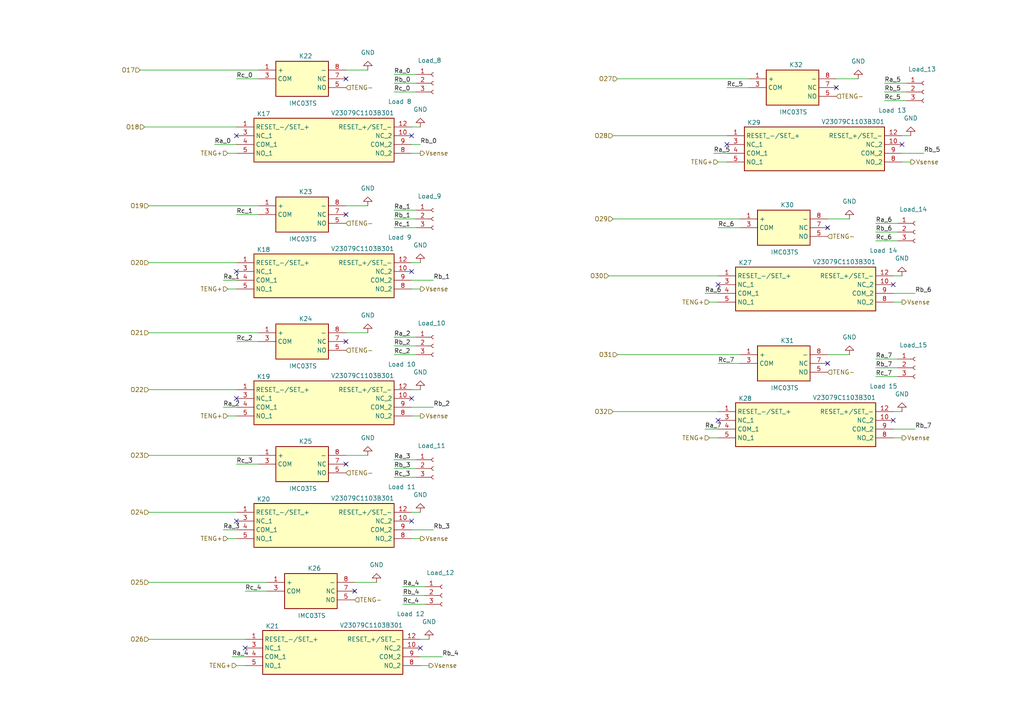
<source format=kicad_sch>
(kicad_sch (version 20231120) (generator "eeschema") (generator_version "8.0")
  (paper "A4")
  (lib_symbols
    (symbol "Connector:Conn_01x03_Socket" (pin_names (offset 1.016) hide)
      (property "Reference" "J" (at 0 5.08 0))
      (property "Value" "Conn_01x03_Socket" (at 0 -5.08 0))
      (symbol "Conn_01x03_Socket_1_1"
        (arc (start 0 -2.032) (mid -0.5058 -2.54) (end 0 -3.048) (stroke (width 0.1524)))
        (polyline (pts (xy -1.27 -2.54) (xy -0.508 -2.54)) (stroke (width 0.1524)))
        (polyline (pts (xy -1.27 0) (xy -0.508 0)) (stroke (width 0.1524)))
        (polyline (pts (xy -1.27 2.54) (xy -0.508 2.54)) (stroke (width 0.1524)))
        (arc (start 0 0.508) (mid -0.5058 0) (end 0 -0.508) (stroke (width 0.1524)))
        (arc (start 0 3.048) (mid -0.5058 2.54) (end 0 2.032) (stroke (width 0.1524)))
        (pin passive line (at -5.08 2.54 0) (length 3.81) (name "Pin_1") (number "1"))
        (pin passive line (at -5.08 0 0) (length 3.81) (name "Pin_2") (number "2"))
        (pin passive line (at -5.08 -2.54 0) (length 3.81) (name "Pin_3") (number "3"))
      )
    )
    (symbol "SamacSys_Parts:IMC03TS"
      (property "Reference" "K" (at 21.59 7.62 0))
      (property "Value" "IMC03TS" (at 21.59 5.08 0))
      (symbol "IMC03TS_1_1"
        (rectangle (start 5.08 2.54) (end 20.32 -7.62) (stroke (width 0.254)) (fill (type background)))
        (pin passive line (at 0 0 0) (length 5.08) (name "+") (number "1"))
        (pin passive line (at 0 -2.54 0) (length 5.08) (name "COM") (number "3"))
        (pin passive line (at 25.4 -5.08 180) (length 5.08) (name "NO") (number "5"))
        (pin no_connect line (at 25.4 -2.54 180) (length 5.08) (name "NC") (number "7"))
        (pin passive line (at 25.4 0 180) (length 5.08) (name "-") (number "8"))
      )
    )
    (symbol "SamacSys_Parts:V23079C1103B301"
      (property "Reference" "K" (at 46.99 7.62 0))
      (property "Value" "V23079C1103B301" (at 46.99 5.08 0))
      (symbol "V23079C1103B301_1_1"
        (rectangle (start 5.08 2.54) (end 45.72 -10.16) (stroke (width 0.254)) (fill (type background)))
        (pin passive line (at 0 0 0) (length 5.08) (name "RESET_-/SET_+") (number "1"))
        (pin passive line (at 50.8 -2.54 180) (length 5.08) (name "NC_2") (number "10"))
        (pin passive line (at 50.8 0 180) (length 5.08) (name "RESET_+/SET_-") (number "12"))
        (pin passive line (at 0 -2.54 0) (length 5.08) (name "NC_1") (number "3"))
        (pin passive line (at 0 -5.08 0) (length 5.08) (name "COM_1") (number "4"))
        (pin passive line (at 0 -7.62 0) (length 5.08) (name "NO_1") (number "5"))
        (pin passive line (at 50.8 -7.62 180) (length 5.08) (name "NO_2") (number "8"))
        (pin passive line (at 50.8 -5.08 180) (length 5.08) (name "COM_2") (number "9"))
      )
    )
    (symbol "power:GND" (power) (pin_numbers hide) (pin_names (offset 0) hide)
      (property "Value" "GND" (at 0 -3.81 0))
      (symbol "GND_0_1"
        (polyline (pts (xy 0 0) (xy 0 -1.27) (xy 1.27 -1.27) (xy 0 -2.54) (xy -1.27 -1.27) (xy 0 -1.27)))
      )
      (symbol "GND_1_1"
        (pin power_in line (at 0 0 270) (length 0) (name "~") (number "1"))
      )
    )
  )
  (no_connect (at 208.28 82.55))
  (no_connect (at 102.87 171.45))
  (no_connect (at 121.92 187.96))
  (no_connect (at 119.38 115.57))
  (no_connect (at 68.58 78.74))
  (no_connect (at 242.57 25.4))
  (no_connect (at 119.38 151.13))
  (no_connect (at 100.33 134.62))
  (no_connect (at 68.58 39.37))
  (no_connect (at 100.33 22.86))
  (no_connect (at 259.08 82.55))
  (no_connect (at 71.12 187.96))
  (no_connect (at 259.08 121.92))
  (no_connect (at 208.28 121.92))
  (no_connect (at 100.33 62.23))
  (no_connect (at 240.03 66.04))
  (no_connect (at 68.58 115.57))
  (no_connect (at 210.82 41.91))
  (no_connect (at 240.03 105.41))
  (no_connect (at 119.38 78.74))
  (no_connect (at 261.62 41.91))
  (no_connect (at 68.58 151.13))
  (no_connect (at 100.33 99.06))
  (no_connect (at 119.38 39.37))
  (wire (pts (xy 66.04 44.45) (xy 68.58 44.45)))
  (wire (pts (xy 106.68 59.69) (xy 100.33 59.69)))
  (wire (pts (xy 208.28 105.41) (xy 214.63 105.41)))
  (wire (pts (xy 246.38 102.87) (xy 240.03 102.87)))
  (wire (pts (xy 121.92 76.2) (xy 119.38 76.2)))
  (wire (pts (xy 119.38 81.28) (xy 125.73 81.28)))
  (wire (pts (xy 254 67.31) (xy 260.35 67.31)))
  (wire (pts (xy 114.3 102.87) (xy 120.65 102.87)))
  (wire (pts (xy 254 106.68) (xy 260.35 106.68)))
  (wire (pts (xy 64.77 118.11) (xy 68.58 118.11)))
  (wire (pts (xy 121.92 156.21) (xy 119.38 156.21)))
  (wire (pts (xy 246.38 63.5) (xy 240.03 63.5)))
  (wire (pts (xy 114.3 135.89) (xy 120.65 135.89)))
  (wire (pts (xy 124.46 193.04) (xy 121.92 193.04)))
  (wire (pts (xy 66.04 120.65) (xy 68.58 120.65)))
  (wire (pts (xy 179.07 22.86) (xy 217.17 22.86)))
  (wire (pts (xy 43.18 148.59) (xy 68.58 148.59)))
  (wire (pts (xy 114.3 97.79) (xy 120.65 97.79)))
  (wire (pts (xy 254 109.22) (xy 260.35 109.22)))
  (wire (pts (xy 119.38 118.11) (xy 125.73 118.11)))
  (wire (pts (xy 208.28 46.99) (xy 210.82 46.99)))
  (wire (pts (xy 248.92 22.86) (xy 242.57 22.86)))
  (wire (pts (xy 114.3 100.33) (xy 120.65 100.33)))
  (wire (pts (xy 43.18 59.69) (xy 74.93 59.69)))
  (wire (pts (xy 204.47 85.09) (xy 208.28 85.09)))
  (wire (pts (xy 177.8 119.38) (xy 208.28 119.38)))
  (wire (pts (xy 114.3 60.96) (xy 120.65 60.96)))
  (wire (pts (xy 121.92 120.65) (xy 119.38 120.65)))
  (wire (pts (xy 116.84 175.26) (xy 123.19 175.26)))
  (wire (pts (xy 261.62 80.01) (xy 259.08 80.01)))
  (wire (pts (xy 119.38 153.67) (xy 125.73 153.67)))
  (wire (pts (xy 114.3 26.67) (xy 120.65 26.67)))
  (wire (pts (xy 114.3 138.43) (xy 120.65 138.43)))
  (wire (pts (xy 68.58 193.04) (xy 71.12 193.04)))
  (wire (pts (xy 106.68 20.32) (xy 100.33 20.32)))
  (wire (pts (xy 121.92 83.82) (xy 119.38 83.82)))
  (wire (pts (xy 40.64 20.32) (xy 74.93 20.32)))
  (wire (pts (xy 43.18 96.52) (xy 74.93 96.52)))
  (wire (pts (xy 121.92 148.59) (xy 119.38 148.59)))
  (wire (pts (xy 207.01 44.45) (xy 210.82 44.45)))
  (wire (pts (xy 205.74 127) (xy 208.28 127)))
  (wire (pts (xy 121.92 190.5) (xy 128.27 190.5)))
  (wire (pts (xy 205.74 87.63) (xy 208.28 87.63)))
  (wire (pts (xy 177.8 63.5) (xy 214.63 63.5)))
  (wire (pts (xy 109.22 168.91) (xy 102.87 168.91)))
  (wire (pts (xy 43.18 168.91) (xy 77.47 168.91)))
  (wire (pts (xy 256.54 29.21) (xy 262.89 29.21)))
  (wire (pts (xy 121.92 41.91) (xy 119.38 41.91)))
  (wire (pts (xy 68.58 99.06) (xy 74.93 99.06)))
  (wire (pts (xy 68.58 134.62) (xy 74.93 134.62)))
  (wire (pts (xy 124.46 185.42) (xy 121.92 185.42)))
  (wire (pts (xy 259.08 85.09) (xy 265.43 85.09)))
  (wire (pts (xy 121.92 44.45) (xy 119.38 44.45)))
  (wire (pts (xy 114.3 63.5) (xy 120.65 63.5)))
  (wire (pts (xy 43.18 132.08) (xy 74.93 132.08)))
  (wire (pts (xy 261.62 44.45) (xy 267.97 44.45)))
  (wire (pts (xy 261.62 119.38) (xy 259.08 119.38)))
  (wire (pts (xy 256.54 24.13) (xy 262.89 24.13)))
  (wire (pts (xy 261.62 127) (xy 259.08 127)))
  (wire (pts (xy 66.04 156.21) (xy 68.58 156.21)))
  (wire (pts (xy 264.16 39.37) (xy 261.62 39.37)))
  (wire (pts (xy 43.18 185.42) (xy 71.12 185.42)))
  (wire (pts (xy 67.31 190.5) (xy 71.12 190.5)))
  (wire (pts (xy 43.18 113.03) (xy 68.58 113.03)))
  (wire (pts (xy 116.84 172.72) (xy 123.19 172.72)))
  (wire (pts (xy 121.92 113.03) (xy 119.38 113.03)))
  (wire (pts (xy 254 104.14) (xy 260.35 104.14)))
  (wire (pts (xy 116.84 170.18) (xy 123.19 170.18)))
  (wire (pts (xy 114.3 24.13) (xy 120.65 24.13)))
  (wire (pts (xy 254 64.77) (xy 260.35 64.77)))
  (wire (pts (xy 68.58 62.23) (xy 74.93 62.23)))
  (wire (pts (xy 66.04 83.82) (xy 68.58 83.82)))
  (wire (pts (xy 121.92 36.83) (xy 119.38 36.83)))
  (wire (pts (xy 254 69.85) (xy 260.35 69.85)))
  (wire (pts (xy 259.08 124.46) (xy 265.43 124.46)))
  (wire (pts (xy 204.47 124.46) (xy 208.28 124.46)))
  (wire (pts (xy 114.3 21.59) (xy 120.65 21.59)))
  (wire (pts (xy 64.77 81.28) (xy 68.58 81.28)))
  (wire (pts (xy 43.18 76.2) (xy 68.58 76.2)))
  (wire (pts (xy 62.23 41.91) (xy 68.58 41.91)))
  (wire (pts (xy 106.68 132.08) (xy 100.33 132.08)))
  (wire (pts (xy 177.8 39.37) (xy 210.82 39.37)))
  (wire (pts (xy 256.54 26.67) (xy 262.89 26.67)))
  (wire (pts (xy 106.68 96.52) (xy 100.33 96.52)))
  (wire (pts (xy 176.53 80.01) (xy 208.28 80.01)))
  (wire (pts (xy 261.62 87.63) (xy 259.08 87.63)))
  (wire (pts (xy 41.91 36.83) (xy 68.58 36.83)))
  (wire (pts (xy 71.12 171.45) (xy 77.47 171.45)))
  (wire (pts (xy 68.58 22.86) (xy 74.93 22.86)))
  (wire (pts (xy 179.07 102.87) (xy 214.63 102.87)))
  (wire (pts (xy 64.77 153.67) (xy 68.58 153.67)))
  (wire (pts (xy 264.16 46.99) (xy 261.62 46.99)))
  (wire (pts (xy 114.3 133.35) (xy 120.65 133.35)))
  (wire (pts (xy 210.82 25.4) (xy 217.17 25.4)))
  (wire (pts (xy 114.3 66.04) (xy 120.65 66.04)))
  (wire (pts (xy 208.28 66.04) (xy 214.63 66.04)))
  (label "Ra_4" (at 67.31 190.5 0))
  (label "Rc_3" (at 114.3 138.43 0))
  (label "Rc_7" (at 208.28 105.41 0))
  (label "Ra_1" (at 64.77 81.28 0))
  (label "Ra_1" (at 114.3 60.96 0))
  (label "Ra_7" (at 204.47 124.46 0))
  (label "Rc_2" (at 68.58 99.06 0))
  (label "Rb_3" (at 114.3 135.89 0))
  (label "Rb_2" (at 125.73 118.11 0))
  (label "Rb_1" (at 125.73 81.28 0))
  (label "Ra_6" (at 254 64.77 0))
  (label "Ra_4" (at 116.84 170.18 0))
  (label "Rc_6" (at 254 69.85 0))
  (label "Rc_3" (at 68.58 134.62 0))
  (label "Ra_2" (at 64.77 118.11 0))
  (label "Rb_7" (at 254 106.68 0))
  (label "Rc_4" (at 71.12 171.45 0))
  (label "Rc_0" (at 114.3 26.67 0))
  (label "Rb_6" (at 254 67.31 0))
  (label "Rc_6" (at 208.28 66.04 0))
  (label "Rc_7" (at 254 109.22 0))
  (label "Ra_6" (at 204.47 85.09 0))
  (label "Ra_2" (at 114.3 97.79 0))
  (label "Rb_0" (at 114.3 24.13 0))
  (label "Ra_5" (at 207.01 44.45 0))
  (label "Ra_3" (at 64.77 153.67 0))
  (label "Rb_1" (at 114.3 63.5 0))
  (label "Rb_4" (at 128.27 190.5 0))
  (label "Rc_1" (at 114.3 66.04 0))
  (label "Rc_4" (at 116.84 175.26 0))
  (label "Rb_5" (at 256.54 26.67 0))
  (label "Ra_0" (at 62.23 41.91 0))
  (label "Ra_3" (at 114.3 133.35 0))
  (label "Rb_0" (at 121.92 41.91 0))
  (label "Rb_4" (at 116.84 172.72 0))
  (label "Rb_2" (at 114.3 100.33 0))
  (label "Rb_7" (at 265.43 124.46 0))
  (label "Ra_5" (at 256.54 24.13 0))
  (label "Rc_2" (at 114.3 102.87 0))
  (label "Rb_3" (at 125.73 153.67 0))
  (label "Rc_5" (at 210.82 25.4 0))
  (label "Rc_5" (at 256.54 29.21 0))
  (label "Ra_7" (at 254 104.14 0))
  (label "Rc_0" (at 68.58 22.86 0))
  (label "Rc_1" (at 68.58 62.23 0))
  (label "Rb_6" (at 265.43 85.09 0))
  (label "Ra_0" (at 114.3 21.59 0))
  (label "Rb_5" (at 267.97 44.45 0))
  (hierarchical_label "O18" (shape input) (at 41.91 36.83 180))
  (hierarchical_label "TENG+" (shape input) (at 66.04 120.65 180))
  (hierarchical_label "O23" (shape input) (at 43.18 132.08 180))
  (hierarchical_label "O28" (shape input) (at 177.8 39.37 180))
  (hierarchical_label "O26" (shape input) (at 43.18 185.42 180))
  (hierarchical_label "TENG+" (shape input) (at 66.04 44.45 180))
  (hierarchical_label "TENG-" (shape input) (at 100.33 137.16 0))
  (hierarchical_label "O20" (shape input) (at 43.18 76.2 180))
  (hierarchical_label "O21" (shape input) (at 43.18 96.52 180))
  (hierarchical_label "O19" (shape input) (at 43.18 59.69 180))
  (hierarchical_label "Vsense" (shape output) (at 264.16 46.99 0))
  (hierarchical_label "Vsense" (shape output) (at 121.92 156.21 0))
  (hierarchical_label "TENG-" (shape input) (at 100.33 64.77 0))
  (hierarchical_label "TENG+" (shape input) (at 66.04 156.21 180))
  (hierarchical_label "TENG-" (shape input) (at 240.03 68.58 0))
  (hierarchical_label "O22" (shape input) (at 43.18 113.03 180))
  (hierarchical_label "O32" (shape input) (at 177.8 119.38 180))
  (hierarchical_label "O25" (shape input) (at 43.18 168.91 180))
  (hierarchical_label "O27" (shape input) (at 179.07 22.86 180))
  (hierarchical_label "TENG-" (shape input) (at 240.03 107.95 0))
  (hierarchical_label "Vsense" (shape output) (at 121.92 44.45 0))
  (hierarchical_label "TENG-" (shape input) (at 100.33 25.4 0))
  (hierarchical_label "Vsense" (shape output) (at 121.92 120.65 0))
  (hierarchical_label "O31" (shape input) (at 179.07 102.87 180))
  (hierarchical_label "TENG-" (shape input) (at 242.57 27.94 0))
  (hierarchical_label "TENG+" (shape input) (at 66.04 83.82 180))
  (hierarchical_label "O30" (shape input) (at 176.53 80.01 180))
  (hierarchical_label "TENG+" (shape input) (at 205.74 127 180))
  (hierarchical_label "O24" (shape input) (at 43.18 148.59 180))
  (hierarchical_label "Vsense" (shape output) (at 261.62 87.63 0))
  (hierarchical_label "Vsense" (shape output) (at 121.92 83.82 0))
  (hierarchical_label "Vsense" (shape output) (at 261.62 127 0))
  (hierarchical_label "TENG+" (shape input) (at 68.58 193.04 180))
  (hierarchical_label "TENG+" (shape input) (at 205.74 87.63 180))
  (hierarchical_label "TENG-" (shape input) (at 100.33 101.6 0))
  (hierarchical_label "O29" (shape input) (at 177.8 63.5 180))
  (hierarchical_label "Vsense" (shape output) (at 124.46 193.04 0))
  (hierarchical_label "TENG+" (shape input) (at 208.28 46.99 180))
  (hierarchical_label "O17" (shape input) (at 40.64 20.32 180))
  (hierarchical_label "TENG-" (shape input) (at 102.87 173.99 0))
  (symbol (lib_id "power:GND") (at 121.92 113.03 0) (mirror x) (unit 1)
    (property "Reference" "#PWR019" (effects (hide yes)))
    (property "Value" "GND" (at 121.92 107.95 0))
    (property "Description" "Power symbol creates a global label with name \"GND\" , ground" (effects (hide yes)))
  )
  (symbol (lib_id "power:GND") (at 106.68 20.32 0) (mirror x) (unit 1)
    (property "Reference" "#PWR06" (effects (hide yes)))
    (property "Value" "GND" (at 106.68 15.24 0))
    (property "Description" "Power symbol creates a global label with name \"GND\" , ground" (effects (hide yes)))
  )
  (symbol (lib_id "SamacSys_Parts:V23079C1103B301") (at 68.58 76.2 0) (unit 1)
    (property "Reference" "K18" (at 76.454 72.39 0))
    (property "Value" "V23079C1103B301" (at 105.156 72.136 0))
    (property "Footprint" "SamacSys_Parts:V23079A1001B301" (effects (hide yes)))
    (property "Datasheet" "https://www.te.com/commerce/DocumentDelivery/DDEController?Action=showdoc&DocId=Specification+Or+Standard%7F108-98002%7FZ5%7Fpdf%7FEnglish%7FENG_SS_108-98002_Z5.pdf%7F4-1393788-8" (effects (hide yes)))
    (property "Description" "Relay,signal,PCB,DPDT,2A,12Vdc,latching" (effects (hide yes)))
    (property "Height" "9" (effects (hide yes)))
    (property "Manufacturer_Name" "TE Connectivity" (effects (hide yes)))
    (property "Manufacturer_Part_Number" "V23079C1103B301" (effects (hide yes)))
    (property "Mouser Part Number" "655-V23079C1103B301" (effects (hide yes)))
    (property "Mouser Price/Stock" "https://www.mouser.co.uk/ProductDetail/TE-Connectivity-PB/V23079C1103B301?qs=CNrsY6Bml5mJjfpRR1yORw%3D%3D" (effects (hide yes)))
    (property "Arrow Part Number" "V23079C1103B301" (effects (hide yes)))
    (property "Arrow Price/Stock" "https://www.arrow.com/en/products/v23079c1103b301/te-connectivity?region=nac" (effects (hide yes)))
  )
  (symbol (lib_id "power:GND") (at 261.62 80.01 0) (mirror x) (unit 1)
    (property "Reference" "#PWR031" (effects (hide yes)))
    (property "Value" "GND" (at 261.62 74.93 0))
    (property "Description" "Power symbol creates a global label with name \"GND\" , ground" (effects (hide yes)))
  )
  (symbol (lib_id "SamacSys_Parts:V23079C1103B301") (at 71.12 185.42 0) (unit 1)
    (property "Reference" "K21" (at 78.994 181.61 0))
    (property "Value" "V23079C1103B301" (at 107.696 181.356 0))
    (property "Footprint" "SamacSys_Parts:V23079A1001B301" (effects (hide yes)))
    (property "Datasheet" "https://www.te.com/commerce/DocumentDelivery/DDEController?Action=showdoc&DocId=Specification+Or+Standard%7F108-98002%7FZ5%7Fpdf%7FEnglish%7FENG_SS_108-98002_Z5.pdf%7F4-1393788-8" (effects (hide yes)))
    (property "Description" "Relay,signal,PCB,DPDT,2A,12Vdc,latching" (effects (hide yes)))
    (property "Height" "9" (effects (hide yes)))
    (property "Manufacturer_Name" "TE Connectivity" (effects (hide yes)))
    (property "Manufacturer_Part_Number" "V23079C1103B301" (effects (hide yes)))
    (property "Mouser Part Number" "655-V23079C1103B301" (effects (hide yes)))
    (property "Mouser Price/Stock" "https://www.mouser.co.uk/ProductDetail/TE-Connectivity-PB/V23079C1103B301?qs=CNrsY6Bml5mJjfpRR1yORw%3D%3D" (effects (hide yes)))
    (property "Arrow Part Number" "V23079C1103B301" (effects (hide yes)))
    (property "Arrow Price/Stock" "https://www.arrow.com/en/products/v23079c1103b301/te-connectivity?region=nac" (effects (hide yes)))
  )
  (symbol (lib_id "SamacSys_Parts:V23079C1103B301") (at 208.28 119.38 0) (unit 1)
    (property "Reference" "K28" (at 216.154 115.57 0))
    (property "Value" "V23079C1103B301" (at 244.856 115.316 0))
    (property "Footprint" "SamacSys_Parts:V23079A1001B301" (effects (hide yes)))
    (property "Datasheet" "https://www.te.com/commerce/DocumentDelivery/DDEController?Action=showdoc&DocId=Specification+Or+Standard%7F108-98002%7FZ5%7Fpdf%7FEnglish%7FENG_SS_108-98002_Z5.pdf%7F4-1393788-8" (effects (hide yes)))
    (property "Description" "Relay,signal,PCB,DPDT,2A,12Vdc,latching" (effects (hide yes)))
    (property "Height" "9" (effects (hide yes)))
    (property "Manufacturer_Name" "TE Connectivity" (effects (hide yes)))
    (property "Manufacturer_Part_Number" "V23079C1103B301" (effects (hide yes)))
    (property "Mouser Part Number" "655-V23079C1103B301" (effects (hide yes)))
    (property "Mouser Price/Stock" "https://www.mouser.co.uk/ProductDetail/TE-Connectivity-PB/V23079C1103B301?qs=CNrsY6Bml5mJjfpRR1yORw%3D%3D" (effects (hide yes)))
    (property "Arrow Part Number" "V23079C1103B301" (effects (hide yes)))
    (property "Arrow Price/Stock" "https://www.arrow.com/en/products/v23079c1103b301/te-connectivity?region=nac" (effects (hide yes)))
  )
  (symbol (lib_id "power:GND") (at 106.68 59.69 0) (mirror x) (unit 1)
    (property "Reference" "#PWR07" (effects (hide yes)))
    (property "Value" "GND" (at 106.68 54.61 0))
    (property "Description" "Power symbol creates a global label with name \"GND\" , ground" (effects (hide yes)))
  )
  (symbol (lib_id "power:GND") (at 264.16 39.37 0) (mirror x) (unit 1)
    (property "Reference" "#PWR044" (effects (hide yes)))
    (property "Value" "GND" (at 264.16 34.29 0))
    (property "Description" "Power symbol creates a global label with name \"GND\" , ground" (effects (hide yes)))
  )
  (symbol (lib_id "power:GND") (at 121.92 148.59 0) (mirror x) (unit 1)
    (property "Reference" "#PWR022" (effects (hide yes)))
    (property "Value" "GND" (at 121.92 143.51 0))
    (property "Description" "Power symbol creates a global label with name \"GND\" , ground" (effects (hide yes)))
  )
  (symbol (lib_id "power:GND") (at 124.46 185.42 0) (mirror x) (unit 1)
    (property "Reference" "#PWR023" (effects (hide yes)))
    (property "Value" "GND" (at 124.46 180.34 0))
    (property "Description" "Power symbol creates a global label with name \"GND\" , ground" (effects (hide yes)))
  )
  (symbol (lib_id "Connector:Conn_01x03_Socket") (at 265.43 67.31 0) (unit 1)
    (property "Reference" "Load_14" (at 260.858 60.706 0) (effects (justify left)))
    (property "Value" "Load 14" (at 252.222 72.644 0) (effects (justify left)))
    (property "Footprint" "Connector_PinHeader_2.54mm:PinHeader_1x03_P2.54mm_Vertical" (effects (hide yes)))
    (property "Description" "Generic connector, single row, 01x03, script generated" (effects (hide yes)))
  )
  (symbol (lib_id "Connector:Conn_01x03_Socket") (at 125.73 100.33 0) (unit 1)
    (property "Reference" "Load_10" (at 121.158 93.726 0) (effects (justify left)))
    (property "Value" "Load 10" (at 112.522 105.664 0) (effects (justify left)))
    (property "Footprint" "Connector_PinHeader_2.54mm:PinHeader_1x03_P2.54mm_Vertical" (effects (hide yes)))
    (property "Description" "Generic connector, single row, 01x03, script generated" (effects (hide yes)))
  )
  (symbol (lib_id "power:GND") (at 246.38 63.5 0) (mirror x) (unit 1)
    (property "Reference" "#PWR026" (effects (hide yes)))
    (property "Value" "GND" (at 246.38 58.42 0))
    (property "Description" "Power symbol creates a global label with name \"GND\" , ground" (effects (hide yes)))
  )
  (symbol (lib_id "SamacSys_Parts:IMC03TS") (at 74.93 20.32 0) (unit 1)
    (property "Reference" "K22" (at 88.646 16.256 0))
    (property "Value" "IMC03TS" (at 87.884 29.972 0))
    (property "Footprint" "SamacSys_Parts:IMC03TS" (effects (hide yes)))
    (property "Datasheet" "https://componentsearchengine.com/Datasheets/1/IMC03TS.pdf" (effects (hide yes)))
    (property "Description" "TE CONNECTIVITY - IMC03TS - RELAY, SIGNAL, SPDT, 30VDC, 2A" (effects (hide yes)))
    (property "Height" "5" (effects (hide yes)))
    (property "Manufacturer_Name" "TE Connectivity" (effects (hide yes)))
    (property "Manufacturer_Part_Number" "IMC03TS" (effects (hide yes)))
    (property "Mouser Part Number" "655-IMC03TS" (effects (hide yes)))
    (property "Mouser Price/Stock" "https://www.mouser.co.uk/ProductDetail/TE-Connectivity/IMC03TS?qs=cjQ5B1jJSzR1ZiTl5Tzf3w%3D%3D" (effects (hide yes)))
    (property "Arrow Part Number" "IMC03TS" (effects (hide yes)))
    (property "Arrow Price/Stock" "https://www.arrow.com/en/products/imc03ts/te-connectivity?region=nac" (effects (hide yes)))
  )
  (symbol (lib_id "SamacSys_Parts:V23079C1103B301") (at 68.58 148.59 0) (unit 1)
    (property "Reference" "K20" (at 76.454 144.78 0))
    (property "Value" "V23079C1103B301" (at 105.156 144.526 0))
    (property "Footprint" "SamacSys_Parts:V23079A1001B301" (effects (hide yes)))
    (property "Datasheet" "https://www.te.com/commerce/DocumentDelivery/DDEController?Action=showdoc&DocId=Specification+Or+Standard%7F108-98002%7FZ5%7Fpdf%7FEnglish%7FENG_SS_108-98002_Z5.pdf%7F4-1393788-8" (effects (hide yes)))
    (property "Description" "Relay,signal,PCB,DPDT,2A,12Vdc,latching" (effects (hide yes)))
    (property "Height" "9" (effects (hide yes)))
    (property "Manufacturer_Name" "TE Connectivity" (effects (hide yes)))
    (property "Manufacturer_Part_Number" "V23079C1103B301" (effects (hide yes)))
    (property "Mouser Part Number" "655-V23079C1103B301" (effects (hide yes)))
    (property "Mouser Price/Stock" "https://www.mouser.co.uk/ProductDetail/TE-Connectivity-PB/V23079C1103B301?qs=CNrsY6Bml5mJjfpRR1yORw%3D%3D" (effects (hide yes)))
    (property "Arrow Part Number" "V23079C1103B301" (effects (hide yes)))
    (property "Arrow Price/Stock" "https://www.arrow.com/en/products/v23079c1103b301/te-connectivity?region=nac" (effects (hide yes)))
  )
  (symbol (lib_id "SamacSys_Parts:IMC03TS") (at 74.93 59.69 0) (unit 1)
    (property "Reference" "K23" (at 88.646 55.626 0))
    (property "Value" "IMC03TS" (at 87.884 69.342 0))
    (property "Footprint" "SamacSys_Parts:IMC03TS" (effects (hide yes)))
    (property "Datasheet" "https://componentsearchengine.com/Datasheets/1/IMC03TS.pdf" (effects (hide yes)))
    (property "Description" "TE CONNECTIVITY - IMC03TS - RELAY, SIGNAL, SPDT, 30VDC, 2A" (effects (hide yes)))
    (property "Height" "5" (effects (hide yes)))
    (property "Manufacturer_Name" "TE Connectivity" (effects (hide yes)))
    (property "Manufacturer_Part_Number" "IMC03TS" (effects (hide yes)))
    (property "Mouser Part Number" "655-IMC03TS" (effects (hide yes)))
    (property "Mouser Price/Stock" "https://www.mouser.co.uk/ProductDetail/TE-Connectivity/IMC03TS?qs=cjQ5B1jJSzR1ZiTl5Tzf3w%3D%3D" (effects (hide yes)))
    (property "Arrow Part Number" "IMC03TS" (effects (hide yes)))
    (property "Arrow Price/Stock" "https://www.arrow.com/en/products/imc03ts/te-connectivity?region=nac" (effects (hide yes)))
  )
  (symbol (lib_id "Connector:Conn_01x03_Socket") (at 128.27 172.72 0) (unit 1)
    (property "Reference" "Load_12" (at 123.698 166.116 0) (effects (justify left)))
    (property "Value" "Load 12" (at 115.062 178.054 0) (effects (justify left)))
    (property "Footprint" "Connector_PinHeader_2.54mm:PinHeader_1x03_P2.54mm_Vertical" (effects (hide yes)))
    (property "Description" "Generic connector, single row, 01x03, script generated" (effects (hide yes)))
  )
  (symbol (lib_id "power:GND") (at 106.68 96.52 0) (mirror x) (unit 1)
    (property "Reference" "#PWR010" (effects (hide yes)))
    (property "Value" "GND" (at 106.68 91.44 0))
    (property "Description" "Power symbol creates a global label with name \"GND\" , ground" (effects (hide yes)))
  )
  (symbol (lib_id "power:GND") (at 109.22 168.91 0) (mirror x) (unit 1)
    (property "Reference" "#PWR014" (effects (hide yes)))
    (property "Value" "GND" (at 109.22 163.83 0))
    (property "Description" "Power symbol creates a global label with name \"GND\" , ground" (effects (hide yes)))
  )
  (symbol (lib_id "SamacSys_Parts:V23079C1103B301") (at 210.82 39.37 0) (unit 1)
    (property "Reference" "K29" (at 218.694 35.56 0))
    (property "Value" "V23079C1103B301" (at 247.396 35.306 0))
    (property "Footprint" "SamacSys_Parts:V23079A1001B301" (effects (hide yes)))
    (property "Datasheet" "https://www.te.com/commerce/DocumentDelivery/DDEController?Action=showdoc&DocId=Specification+Or+Standard%7F108-98002%7FZ5%7Fpdf%7FEnglish%7FENG_SS_108-98002_Z5.pdf%7F4-1393788-8" (effects (hide yes)))
    (property "Description" "Relay,signal,PCB,DPDT,2A,12Vdc,latching" (effects (hide yes)))
    (property "Height" "9" (effects (hide yes)))
    (property "Manufacturer_Name" "TE Connectivity" (effects (hide yes)))
    (property "Manufacturer_Part_Number" "V23079C1103B301" (effects (hide yes)))
    (property "Mouser Part Number" "655-V23079C1103B301" (effects (hide yes)))
    (property "Mouser Price/Stock" "https://www.mouser.co.uk/ProductDetail/TE-Connectivity-PB/V23079C1103B301?qs=CNrsY6Bml5mJjfpRR1yORw%3D%3D" (effects (hide yes)))
    (property "Arrow Part Number" "V23079C1103B301" (effects (hide yes)))
    (property "Arrow Price/Stock" "https://www.arrow.com/en/products/v23079c1103b301/te-connectivity?region=nac" (effects (hide yes)))
  )
  (symbol (lib_id "SamacSys_Parts:IMC03TS") (at 74.93 96.52 0) (unit 1)
    (property "Reference" "K24" (at 88.646 92.456 0))
    (property "Value" "IMC03TS" (at 87.884 106.172 0))
    (property "Footprint" "SamacSys_Parts:IMC03TS" (effects (hide yes)))
    (property "Datasheet" "https://componentsearchengine.com/Datasheets/1/IMC03TS.pdf" (effects (hide yes)))
    (property "Description" "TE CONNECTIVITY - IMC03TS - RELAY, SIGNAL, SPDT, 30VDC, 2A" (effects (hide yes)))
    (property "Height" "5" (effects (hide yes)))
    (property "Manufacturer_Name" "TE Connectivity" (effects (hide yes)))
    (property "Manufacturer_Part_Number" "IMC03TS" (effects (hide yes)))
    (property "Mouser Part Number" "655-IMC03TS" (effects (hide yes)))
    (property "Mouser Price/Stock" "https://www.mouser.co.uk/ProductDetail/TE-Connectivity/IMC03TS?qs=cjQ5B1jJSzR1ZiTl5Tzf3w%3D%3D" (effects (hide yes)))
    (property "Arrow Part Number" "IMC03TS" (effects (hide yes)))
    (property "Arrow Price/Stock" "https://www.arrow.com/en/products/imc03ts/te-connectivity?region=nac" (effects (hide yes)))
  )
  (symbol (lib_id "SamacSys_Parts:V23079C1103B301") (at 208.28 80.01 0) (unit 1)
    (property "Reference" "K27" (at 216.154 76.2 0))
    (property "Value" "V23079C1103B301" (at 244.856 75.946 0))
    (property "Footprint" "SamacSys_Parts:V23079A1001B301" (effects (hide yes)))
    (property "Datasheet" "https://www.te.com/commerce/DocumentDelivery/DDEController?Action=showdoc&DocId=Specification+Or+Standard%7F108-98002%7FZ5%7Fpdf%7FEnglish%7FENG_SS_108-98002_Z5.pdf%7F4-1393788-8" (effects (hide yes)))
    (property "Description" "Relay,signal,PCB,DPDT,2A,12Vdc,latching" (effects (hide yes)))
    (property "Height" "9" (effects (hide yes)))
    (property "Manufacturer_Name" "TE Connectivity" (effects (hide yes)))
    (property "Manufacturer_Part_Number" "V23079C1103B301" (effects (hide yes)))
    (property "Mouser Part Number" "655-V23079C1103B301" (effects (hide yes)))
    (property "Mouser Price/Stock" "https://www.mouser.co.uk/ProductDetail/TE-Connectivity-PB/V23079C1103B301?qs=CNrsY6Bml5mJjfpRR1yORw%3D%3D" (effects (hide yes)))
    (property "Arrow Part Number" "V23079C1103B301" (effects (hide yes)))
    (property "Arrow Price/Stock" "https://www.arrow.com/en/products/v23079c1103b301/te-connectivity?region=nac" (effects (hide yes)))
  )
  (symbol (lib_id "power:GND") (at 248.92 22.86 0) (mirror x) (unit 1)
    (property "Reference" "#PWR030" (effects (hide yes)))
    (property "Value" "GND" (at 248.92 17.78 0))
    (property "Description" "Power symbol creates a global label with name \"GND\" , ground" (effects (hide yes)))
  )
  (symbol (lib_id "power:GND") (at 246.38 102.87 0) (mirror x) (unit 1)
    (property "Reference" "#PWR027" (effects (hide yes)))
    (property "Value" "GND" (at 246.38 97.79 0))
    (property "Description" "Power symbol creates a global label with name \"GND\" , ground" (effects (hide yes)))
  )
  (symbol (lib_id "Connector:Conn_01x03_Socket") (at 265.43 106.68 0) (unit 1)
    (property "Reference" "Load_15" (at 260.858 100.076 0) (effects (justify left)))
    (property "Value" "Load 15" (at 252.222 112.014 0) (effects (justify left)))
    (property "Footprint" "Connector_PinHeader_2.54mm:PinHeader_1x03_P2.54mm_Vertical" (effects (hide yes)))
    (property "Description" "Generic connector, single row, 01x03, script generated" (effects (hide yes)))
  )
  (symbol (lib_id "SamacSys_Parts:V23079C1103B301") (at 68.58 113.03 0) (unit 1)
    (property "Reference" "K19" (at 76.454 109.22 0))
    (property "Value" "V23079C1103B301" (at 105.156 108.966 0))
    (property "Footprint" "SamacSys_Parts:V23079A1001B301" (effects (hide yes)))
    (property "Datasheet" "https://www.te.com/commerce/DocumentDelivery/DDEController?Action=showdoc&DocId=Specification+Or+Standard%7F108-98002%7FZ5%7Fpdf%7FEnglish%7FENG_SS_108-98002_Z5.pdf%7F4-1393788-8" (effects (hide yes)))
    (property "Description" "Relay,signal,PCB,DPDT,2A,12Vdc,latching" (effects (hide yes)))
    (property "Height" "9" (effects (hide yes)))
    (property "Manufacturer_Name" "TE Connectivity" (effects (hide yes)))
    (property "Manufacturer_Part_Number" "V23079C1103B301" (effects (hide yes)))
    (property "Mouser Part Number" "655-V23079C1103B301" (effects (hide yes)))
    (property "Mouser Price/Stock" "https://www.mouser.co.uk/ProductDetail/TE-Connectivity-PB/V23079C1103B301?qs=CNrsY6Bml5mJjfpRR1yORw%3D%3D" (effects (hide yes)))
    (property "Arrow Part Number" "V23079C1103B301" (effects (hide yes)))
    (property "Arrow Price/Stock" "https://www.arrow.com/en/products/v23079c1103b301/te-connectivity?region=nac" (effects (hide yes)))
  )
  (symbol (lib_id "SamacSys_Parts:IMC03TS") (at 74.93 132.08 0) (unit 1)
    (property "Reference" "K25" (at 88.646 128.016 0))
    (property "Value" "IMC03TS" (at 87.884 141.732 0))
    (property "Footprint" "SamacSys_Parts:IMC03TS" (effects (hide yes)))
    (property "Datasheet" "https://componentsearchengine.com/Datasheets/1/IMC03TS.pdf" (effects (hide yes)))
    (property "Description" "TE CONNECTIVITY - IMC03TS - RELAY, SIGNAL, SPDT, 30VDC, 2A" (effects (hide yes)))
    (property "Height" "5" (effects (hide yes)))
    (property "Manufacturer_Name" "TE Connectivity" (effects (hide yes)))
    (property "Manufacturer_Part_Number" "IMC03TS" (effects (hide yes)))
    (property "Mouser Part Number" "655-IMC03TS" (effects (hide yes)))
    (property "Mouser Price/Stock" "https://www.mouser.co.uk/ProductDetail/TE-Connectivity/IMC03TS?qs=cjQ5B1jJSzR1ZiTl5Tzf3w%3D%3D" (effects (hide yes)))
    (property "Arrow Part Number" "IMC03TS" (effects (hide yes)))
    (property "Arrow Price/Stock" "https://www.arrow.com/en/products/imc03ts/te-connectivity?region=nac" (effects (hide yes)))
  )
  (symbol (lib_id "power:GND") (at 106.68 132.08 0) (mirror x) (unit 1)
    (property "Reference" "#PWR011" (effects (hide yes)))
    (property "Value" "GND" (at 106.68 127 0))
    (property "Description" "Power symbol creates a global label with name \"GND\" , ground" (effects (hide yes)))
  )
  (symbol (lib_id "SamacSys_Parts:IMC03TS") (at 217.17 22.86 0) (unit 1)
    (property "Reference" "K32" (at 230.886 18.796 0))
    (property "Value" "IMC03TS" (at 230.124 32.512 0))
    (property "Footprint" "SamacSys_Parts:IMC03TS" (effects (hide yes)))
    (property "Datasheet" "https://componentsearchengine.com/Datasheets/1/IMC03TS.pdf" (effects (hide yes)))
    (property "Description" "TE CONNECTIVITY - IMC03TS - RELAY, SIGNAL, SPDT, 30VDC, 2A" (effects (hide yes)))
    (property "Height" "5" (effects (hide yes)))
    (property "Manufacturer_Name" "TE Connectivity" (effects (hide yes)))
    (property "Manufacturer_Part_Number" "IMC03TS" (effects (hide yes)))
    (property "Mouser Part Number" "655-IMC03TS" (effects (hide yes)))
    (property "Mouser Price/Stock" "https://www.mouser.co.uk/ProductDetail/TE-Connectivity/IMC03TS?qs=cjQ5B1jJSzR1ZiTl5Tzf3w%3D%3D" (effects (hide yes)))
    (property "Arrow Part Number" "IMC03TS" (effects (hide yes)))
    (property "Arrow Price/Stock" "https://www.arrow.com/en/products/imc03ts/te-connectivity?region=nac" (effects (hide yes)))
  )
  (symbol (lib_id "SamacSys_Parts:IMC03TS") (at 77.47 168.91 0) (unit 1)
    (property "Reference" "K26" (at 91.186 164.846 0))
    (property "Value" "IMC03TS" (at 90.424 178.562 0))
    (property "Footprint" "SamacSys_Parts:IMC03TS" (effects (hide yes)))
    (property "Datasheet" "https://componentsearchengine.com/Datasheets/1/IMC03TS.pdf" (effects (hide yes)))
    (property "Description" "TE CONNECTIVITY - IMC03TS - RELAY, SIGNAL, SPDT, 30VDC, 2A" (effects (hide yes)))
    (property "Height" "5" (effects (hide yes)))
    (property "Manufacturer_Name" "TE Connectivity" (effects (hide yes)))
    (property "Manufacturer_Part_Number" "IMC03TS" (effects (hide yes)))
    (property "Mouser Part Number" "655-IMC03TS" (effects (hide yes)))
    (property "Mouser Price/Stock" "https://www.mouser.co.uk/ProductDetail/TE-Connectivity/IMC03TS?qs=cjQ5B1jJSzR1ZiTl5Tzf3w%3D%3D" (effects (hide yes)))
    (property "Arrow Part Number" "IMC03TS" (effects (hide yes)))
    (property "Arrow Price/Stock" "https://www.arrow.com/en/products/imc03ts/te-connectivity?region=nac" (effects (hide yes)))
  )
  (symbol (lib_id "power:GND") (at 121.92 76.2 0) (mirror x) (unit 1)
    (property "Reference" "#PWR018" (effects (hide yes)))
    (property "Value" "GND" (at 121.92 71.12 0))
    (property "Description" "Power symbol creates a global label with name \"GND\" , ground" (effects (hide yes)))
  )
  (symbol (lib_id "Connector:Conn_01x03_Socket") (at 267.97 26.67 0) (unit 1)
    (property "Reference" "Load_13" (at 263.398 20.066 0) (effects (justify left)))
    (property "Value" "Load 13" (at 254.762 32.004 0) (effects (justify left)))
    (property "Footprint" "Connector_PinHeader_2.54mm:PinHeader_1x03_P2.54mm_Vertical" (effects (hide yes)))
    (property "Description" "Generic connector, single row, 01x03, script generated" (effects (hide yes)))
  )
  (symbol (lib_id "SamacSys_Parts:IMC03TS") (at 214.63 63.5 0) (unit 1)
    (property "Reference" "K30" (at 228.346 59.436 0))
    (property "Value" "IMC03TS" (at 227.584 73.152 0))
    (property "Footprint" "SamacSys_Parts:IMC03TS" (effects (hide yes)))
    (property "Datasheet" "https://componentsearchengine.com/Datasheets/1/IMC03TS.pdf" (effects (hide yes)))
    (property "Description" "TE CONNECTIVITY - IMC03TS - RELAY, SIGNAL, SPDT, 30VDC, 2A" (effects (hide yes)))
    (property "Height" "5" (effects (hide yes)))
    (property "Manufacturer_Name" "TE Connectivity" (effects (hide yes)))
    (property "Manufacturer_Part_Number" "IMC03TS" (effects (hide yes)))
    (property "Mouser Part Number" "655-IMC03TS" (effects (hide yes)))
    (property "Mouser Price/Stock" "https://www.mouser.co.uk/ProductDetail/TE-Connectivity/IMC03TS?qs=cjQ5B1jJSzR1ZiTl5Tzf3w%3D%3D" (effects (hide yes)))
    (property "Arrow Part Number" "IMC03TS" (effects (hide yes)))
    (property "Arrow Price/Stock" "https://www.arrow.com/en/products/imc03ts/te-connectivity?region=nac" (effects (hide yes)))
  )
  (symbol (lib_id "SamacSys_Parts:IMC03TS") (at 214.63 102.87 0) (unit 1)
    (property "Reference" "K31" (at 228.346 98.806 0))
    (property "Value" "IMC03TS" (at 227.584 112.522 0))
    (property "Footprint" "SamacSys_Parts:IMC03TS" (effects (hide yes)))
    (property "Datasheet" "https://componentsearchengine.com/Datasheets/1/IMC03TS.pdf" (effects (hide yes)))
    (property "Description" "TE CONNECTIVITY - IMC03TS - RELAY, SIGNAL, SPDT, 30VDC, 2A" (effects (hide yes)))
    (property "Height" "5" (effects (hide yes)))
    (property "Manufacturer_Name" "TE Connectivity" (effects (hide yes)))
    (property "Manufacturer_Part_Number" "IMC03TS" (effects (hide yes)))
    (property "Mouser Part Number" "655-IMC03TS" (effects (hide yes)))
    (property "Mouser Price/Stock" "https://www.mouser.co.uk/ProductDetail/TE-Connectivity/IMC03TS?qs=cjQ5B1jJSzR1ZiTl5Tzf3w%3D%3D" (effects (hide yes)))
    (property "Arrow Part Number" "IMC03TS" (effects (hide yes)))
    (property "Arrow Price/Stock" "https://www.arrow.com/en/products/imc03ts/te-connectivity?region=nac" (effects (hide yes)))
  )
  (symbol (lib_id "Connector:Conn_01x03_Socket") (at 125.73 24.13 0) (unit 1)
    (property "Reference" "Load_8" (at 121.158 17.526 0) (effects (justify left)))
    (property "Value" "Load 8" (at 112.522 29.464 0) (effects (justify left)))
    (property "Footprint" "Connector_PinHeader_2.54mm:PinHeader_1x03_P2.54mm_Vertical" (effects (hide yes)))
    (property "Description" "Generic connector, single row, 01x03, script generated" (effects (hide yes)))
  )
  (symbol (lib_id "SamacSys_Parts:V23079C1103B301") (at 68.58 36.83 0) (unit 1)
    (property "Reference" "K17" (at 76.454 33.02 0))
    (property "Value" "V23079C1103B301" (at 105.156 32.766 0))
    (property "Footprint" "SamacSys_Parts:V23079A1001B301" (effects (hide yes)))
    (property "Datasheet" "https://www.te.com/commerce/DocumentDelivery/DDEController?Action=showdoc&DocId=Specification+Or+Standard%7F108-98002%7FZ5%7Fpdf%7FEnglish%7FENG_SS_108-98002_Z5.pdf%7F4-1393788-8" (effects (hide yes)))
    (property "Description" "Relay,signal,PCB,DPDT,2A,12Vdc,latching" (effects (hide yes)))
    (property "Height" "9" (effects (hide yes)))
    (property "Manufacturer_Name" "TE Connectivity" (effects (hide yes)))
    (property "Manufacturer_Part_Number" "V23079C1103B301" (effects (hide yes)))
    (property "Mouser Part Number" "655-V23079C1103B301" (effects (hide yes)))
    (property "Mouser Price/Stock" "https://www.mouser.co.uk/ProductDetail/TE-Connectivity-PB/V23079C1103B301?qs=CNrsY6Bml5mJjfpRR1yORw%3D%3D" (effects (hide yes)))
    (property "Arrow Part Number" "V23079C1103B301" (effects (hide yes)))
    (property "Arrow Price/Stock" "https://www.arrow.com/en/products/v23079c1103b301/te-connectivity?region=nac" (effects (hide yes)))
  )
  (symbol (lib_id "Connector:Conn_01x03_Socket") (at 125.73 135.89 0) (unit 1)
    (property "Reference" "Load_11" (at 121.158 129.286 0) (effects (justify left)))
    (property "Value" "Load 11" (at 112.522 141.224 0) (effects (justify left)))
    (property "Footprint" "Connector_PinHeader_2.54mm:PinHeader_1x03_P2.54mm_Vertical" (effects (hide yes)))
    (property "Description" "Generic connector, single row, 01x03, script generated" (effects (hide yes)))
  )
  (symbol (lib_id "power:GND") (at 261.62 119.38 0) (mirror x) (unit 1)
    (property "Reference" "#PWR041" (effects (hide yes)))
    (property "Value" "GND" (at 261.62 114.3 0))
    (property "Description" "Power symbol creates a global label with name \"GND\" , ground" (effects (hide yes)))
  )
  (symbol (lib_id "power:GND") (at 121.92 36.83 0) (mirror x) (unit 1)
    (property "Reference" "#PWR015" (effects (hide yes)))
    (property "Value" "GND" (at 121.92 31.75 0))
    (property "Description" "Power symbol creates a global label with name \"GND\" , ground" (effects (hide yes)))
  )
  (symbol (lib_id "Connector:Conn_01x03_Socket") (at 125.73 63.5 0) (unit 1)
    (property "Reference" "Load_9" (at 121.158 56.896 0) (effects (justify left)))
    (property "Value" "Load 9" (at 112.522 68.834 0) (effects (justify left)))
    (property "Footprint" "Connector_PinHeader_2.54mm:PinHeader_1x03_P2.54mm_Vertical" (effects (hide yes)))
    (property "Description" "Generic connector, single row, 01x03, script generated" (effects (hide yes)))
  )
)
</source>
